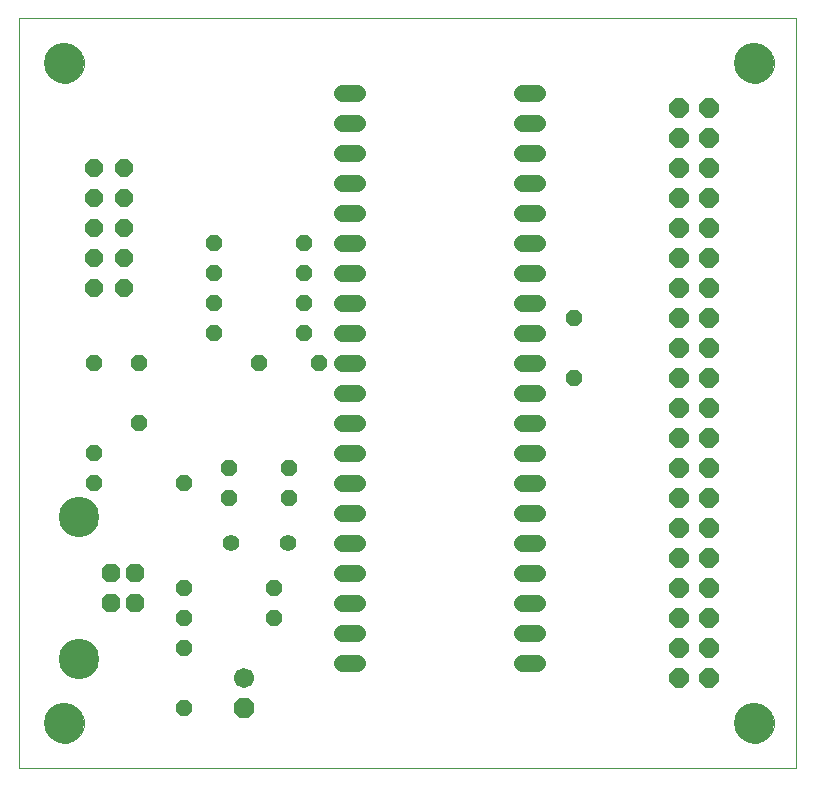
<source format=gts>
G75*
G70*
%OFA0B0*%
%FSLAX24Y24*%
%IPPOS*%
%LPD*%
%AMOC8*
5,1,8,0,0,1.08239X$1,22.5*
%
%ADD10C,0.0000*%
%ADD11C,0.0560*%
%ADD12OC8,0.0600*%
%ADD13OC8,0.0614*%
%ADD14C,0.1346*%
%ADD15OC8,0.0640*%
%ADD16OC8,0.0560*%
%ADD17OC8,0.0670*%
%ADD18C,0.0670*%
%ADD19C,0.0560*%
%ADD20C,0.1340*%
D10*
X002146Y000347D02*
X002146Y025343D01*
X028016Y025343D01*
X028016Y000347D01*
X002146Y000347D01*
X002996Y001847D02*
X002998Y001897D01*
X003004Y001947D01*
X003014Y001997D01*
X003027Y002045D01*
X003044Y002093D01*
X003065Y002139D01*
X003089Y002183D01*
X003117Y002225D01*
X003148Y002265D01*
X003182Y002302D01*
X003219Y002337D01*
X003258Y002368D01*
X003299Y002397D01*
X003343Y002422D01*
X003389Y002444D01*
X003436Y002462D01*
X003484Y002476D01*
X003533Y002487D01*
X003583Y002494D01*
X003633Y002497D01*
X003684Y002496D01*
X003734Y002491D01*
X003784Y002482D01*
X003832Y002470D01*
X003880Y002453D01*
X003926Y002433D01*
X003971Y002410D01*
X004014Y002383D01*
X004054Y002353D01*
X004092Y002320D01*
X004127Y002284D01*
X004160Y002245D01*
X004189Y002204D01*
X004215Y002161D01*
X004238Y002116D01*
X004257Y002069D01*
X004272Y002021D01*
X004284Y001972D01*
X004292Y001922D01*
X004296Y001872D01*
X004296Y001822D01*
X004292Y001772D01*
X004284Y001722D01*
X004272Y001673D01*
X004257Y001625D01*
X004238Y001578D01*
X004215Y001533D01*
X004189Y001490D01*
X004160Y001449D01*
X004127Y001410D01*
X004092Y001374D01*
X004054Y001341D01*
X004014Y001311D01*
X003971Y001284D01*
X003926Y001261D01*
X003880Y001241D01*
X003832Y001224D01*
X003784Y001212D01*
X003734Y001203D01*
X003684Y001198D01*
X003633Y001197D01*
X003583Y001200D01*
X003533Y001207D01*
X003484Y001218D01*
X003436Y001232D01*
X003389Y001250D01*
X003343Y001272D01*
X003299Y001297D01*
X003258Y001326D01*
X003219Y001357D01*
X003182Y001392D01*
X003148Y001429D01*
X003117Y001469D01*
X003089Y001511D01*
X003065Y001555D01*
X003044Y001601D01*
X003027Y001649D01*
X003014Y001697D01*
X003004Y001747D01*
X002998Y001797D01*
X002996Y001847D01*
X025996Y001847D02*
X025998Y001897D01*
X026004Y001947D01*
X026014Y001997D01*
X026027Y002045D01*
X026044Y002093D01*
X026065Y002139D01*
X026089Y002183D01*
X026117Y002225D01*
X026148Y002265D01*
X026182Y002302D01*
X026219Y002337D01*
X026258Y002368D01*
X026299Y002397D01*
X026343Y002422D01*
X026389Y002444D01*
X026436Y002462D01*
X026484Y002476D01*
X026533Y002487D01*
X026583Y002494D01*
X026633Y002497D01*
X026684Y002496D01*
X026734Y002491D01*
X026784Y002482D01*
X026832Y002470D01*
X026880Y002453D01*
X026926Y002433D01*
X026971Y002410D01*
X027014Y002383D01*
X027054Y002353D01*
X027092Y002320D01*
X027127Y002284D01*
X027160Y002245D01*
X027189Y002204D01*
X027215Y002161D01*
X027238Y002116D01*
X027257Y002069D01*
X027272Y002021D01*
X027284Y001972D01*
X027292Y001922D01*
X027296Y001872D01*
X027296Y001822D01*
X027292Y001772D01*
X027284Y001722D01*
X027272Y001673D01*
X027257Y001625D01*
X027238Y001578D01*
X027215Y001533D01*
X027189Y001490D01*
X027160Y001449D01*
X027127Y001410D01*
X027092Y001374D01*
X027054Y001341D01*
X027014Y001311D01*
X026971Y001284D01*
X026926Y001261D01*
X026880Y001241D01*
X026832Y001224D01*
X026784Y001212D01*
X026734Y001203D01*
X026684Y001198D01*
X026633Y001197D01*
X026583Y001200D01*
X026533Y001207D01*
X026484Y001218D01*
X026436Y001232D01*
X026389Y001250D01*
X026343Y001272D01*
X026299Y001297D01*
X026258Y001326D01*
X026219Y001357D01*
X026182Y001392D01*
X026148Y001429D01*
X026117Y001469D01*
X026089Y001511D01*
X026065Y001555D01*
X026044Y001601D01*
X026027Y001649D01*
X026014Y001697D01*
X026004Y001747D01*
X025998Y001797D01*
X025996Y001847D01*
X025996Y023847D02*
X025998Y023897D01*
X026004Y023947D01*
X026014Y023997D01*
X026027Y024045D01*
X026044Y024093D01*
X026065Y024139D01*
X026089Y024183D01*
X026117Y024225D01*
X026148Y024265D01*
X026182Y024302D01*
X026219Y024337D01*
X026258Y024368D01*
X026299Y024397D01*
X026343Y024422D01*
X026389Y024444D01*
X026436Y024462D01*
X026484Y024476D01*
X026533Y024487D01*
X026583Y024494D01*
X026633Y024497D01*
X026684Y024496D01*
X026734Y024491D01*
X026784Y024482D01*
X026832Y024470D01*
X026880Y024453D01*
X026926Y024433D01*
X026971Y024410D01*
X027014Y024383D01*
X027054Y024353D01*
X027092Y024320D01*
X027127Y024284D01*
X027160Y024245D01*
X027189Y024204D01*
X027215Y024161D01*
X027238Y024116D01*
X027257Y024069D01*
X027272Y024021D01*
X027284Y023972D01*
X027292Y023922D01*
X027296Y023872D01*
X027296Y023822D01*
X027292Y023772D01*
X027284Y023722D01*
X027272Y023673D01*
X027257Y023625D01*
X027238Y023578D01*
X027215Y023533D01*
X027189Y023490D01*
X027160Y023449D01*
X027127Y023410D01*
X027092Y023374D01*
X027054Y023341D01*
X027014Y023311D01*
X026971Y023284D01*
X026926Y023261D01*
X026880Y023241D01*
X026832Y023224D01*
X026784Y023212D01*
X026734Y023203D01*
X026684Y023198D01*
X026633Y023197D01*
X026583Y023200D01*
X026533Y023207D01*
X026484Y023218D01*
X026436Y023232D01*
X026389Y023250D01*
X026343Y023272D01*
X026299Y023297D01*
X026258Y023326D01*
X026219Y023357D01*
X026182Y023392D01*
X026148Y023429D01*
X026117Y023469D01*
X026089Y023511D01*
X026065Y023555D01*
X026044Y023601D01*
X026027Y023649D01*
X026014Y023697D01*
X026004Y023747D01*
X025998Y023797D01*
X025996Y023847D01*
X002996Y023847D02*
X002998Y023897D01*
X003004Y023947D01*
X003014Y023997D01*
X003027Y024045D01*
X003044Y024093D01*
X003065Y024139D01*
X003089Y024183D01*
X003117Y024225D01*
X003148Y024265D01*
X003182Y024302D01*
X003219Y024337D01*
X003258Y024368D01*
X003299Y024397D01*
X003343Y024422D01*
X003389Y024444D01*
X003436Y024462D01*
X003484Y024476D01*
X003533Y024487D01*
X003583Y024494D01*
X003633Y024497D01*
X003684Y024496D01*
X003734Y024491D01*
X003784Y024482D01*
X003832Y024470D01*
X003880Y024453D01*
X003926Y024433D01*
X003971Y024410D01*
X004014Y024383D01*
X004054Y024353D01*
X004092Y024320D01*
X004127Y024284D01*
X004160Y024245D01*
X004189Y024204D01*
X004215Y024161D01*
X004238Y024116D01*
X004257Y024069D01*
X004272Y024021D01*
X004284Y023972D01*
X004292Y023922D01*
X004296Y023872D01*
X004296Y023822D01*
X004292Y023772D01*
X004284Y023722D01*
X004272Y023673D01*
X004257Y023625D01*
X004238Y023578D01*
X004215Y023533D01*
X004189Y023490D01*
X004160Y023449D01*
X004127Y023410D01*
X004092Y023374D01*
X004054Y023341D01*
X004014Y023311D01*
X003971Y023284D01*
X003926Y023261D01*
X003880Y023241D01*
X003832Y023224D01*
X003784Y023212D01*
X003734Y023203D01*
X003684Y023198D01*
X003633Y023197D01*
X003583Y023200D01*
X003533Y023207D01*
X003484Y023218D01*
X003436Y023232D01*
X003389Y023250D01*
X003343Y023272D01*
X003299Y023297D01*
X003258Y023326D01*
X003219Y023357D01*
X003182Y023392D01*
X003148Y023429D01*
X003117Y023469D01*
X003089Y023511D01*
X003065Y023555D01*
X003044Y023601D01*
X003027Y023649D01*
X003014Y023697D01*
X003004Y023747D01*
X002998Y023797D01*
X002996Y023847D01*
D11*
X012886Y022847D02*
X013406Y022847D01*
X013406Y021847D02*
X012886Y021847D01*
X012886Y020847D02*
X013406Y020847D01*
X013406Y019847D02*
X012886Y019847D01*
X012886Y018847D02*
X013406Y018847D01*
X013406Y017847D02*
X012886Y017847D01*
X012886Y016847D02*
X013406Y016847D01*
X013406Y015847D02*
X012886Y015847D01*
X012886Y014847D02*
X013406Y014847D01*
X013406Y013847D02*
X012886Y013847D01*
X012886Y012847D02*
X013406Y012847D01*
X013406Y011847D02*
X012886Y011847D01*
X012886Y010847D02*
X013406Y010847D01*
X013406Y009847D02*
X012886Y009847D01*
X012886Y008847D02*
X013406Y008847D01*
X013406Y007847D02*
X012886Y007847D01*
X012886Y006847D02*
X013406Y006847D01*
X013406Y005847D02*
X012886Y005847D01*
X012886Y004847D02*
X013406Y004847D01*
X013406Y003847D02*
X012886Y003847D01*
X018886Y003847D02*
X019406Y003847D01*
X019406Y004847D02*
X018886Y004847D01*
X018886Y005847D02*
X019406Y005847D01*
X019406Y006847D02*
X018886Y006847D01*
X018886Y007847D02*
X019406Y007847D01*
X019406Y008847D02*
X018886Y008847D01*
X018886Y009847D02*
X019406Y009847D01*
X019406Y010847D02*
X018886Y010847D01*
X018886Y011847D02*
X019406Y011847D01*
X019406Y012847D02*
X018886Y012847D01*
X018886Y013847D02*
X019406Y013847D01*
X019406Y014847D02*
X018886Y014847D01*
X018886Y015847D02*
X019406Y015847D01*
X019406Y016847D02*
X018886Y016847D01*
X018886Y017847D02*
X019406Y017847D01*
X019406Y018847D02*
X018886Y018847D01*
X018886Y019847D02*
X019406Y019847D01*
X019406Y020847D02*
X018886Y020847D01*
X018886Y021847D02*
X019406Y021847D01*
X019406Y022847D02*
X018886Y022847D01*
D12*
X005646Y020347D03*
X005646Y019347D03*
X005646Y018347D03*
X005646Y017347D03*
X005646Y016347D03*
X004646Y016347D03*
X004646Y017347D03*
X004646Y018347D03*
X004646Y019347D03*
X004646Y020347D03*
D13*
X005213Y006839D03*
X006000Y006839D03*
X006000Y005855D03*
X005213Y005855D03*
D14*
X004146Y003977D03*
X004146Y008717D03*
D15*
X024146Y008347D03*
X024146Y007347D03*
X024146Y006347D03*
X024146Y005347D03*
X024146Y004347D03*
X024146Y003347D03*
X025146Y003347D03*
X025146Y004347D03*
X025146Y005347D03*
X025146Y006347D03*
X025146Y007347D03*
X025146Y008347D03*
X025146Y009347D03*
X024146Y009347D03*
X024146Y010347D03*
X025146Y010347D03*
X025146Y011347D03*
X024146Y011347D03*
X024146Y012347D03*
X025146Y012347D03*
X025146Y013347D03*
X024146Y013347D03*
X024146Y014347D03*
X025146Y014347D03*
X025146Y015347D03*
X024146Y015347D03*
X024146Y016347D03*
X025146Y016347D03*
X025146Y017347D03*
X024146Y017347D03*
X024146Y018347D03*
X025146Y018347D03*
X025146Y019347D03*
X025146Y020347D03*
X024146Y020347D03*
X024146Y019347D03*
X024146Y021347D03*
X025146Y021347D03*
X025146Y022347D03*
X024146Y022347D03*
D16*
X020646Y015347D03*
X020646Y013347D03*
X012146Y013847D03*
X011646Y014847D03*
X011646Y015847D03*
X011646Y016847D03*
X011646Y017847D03*
X008646Y017847D03*
X008646Y016847D03*
X008646Y015847D03*
X008646Y014847D03*
X010146Y013847D03*
X009146Y010347D03*
X009146Y009347D03*
X007646Y009847D03*
X006146Y011847D03*
X004646Y010847D03*
X004646Y009847D03*
X007646Y006347D03*
X007646Y005347D03*
X007646Y004347D03*
X007646Y002347D03*
X010646Y005347D03*
X010646Y006347D03*
X011146Y009347D03*
X011146Y010347D03*
X006146Y013847D03*
X004646Y013847D03*
D17*
X009646Y002347D03*
D18*
X009646Y003347D03*
D19*
X009196Y007847D03*
X011096Y007847D03*
D20*
X003646Y001847D03*
X026646Y001847D03*
X026646Y023847D03*
X003646Y023847D03*
M02*

</source>
